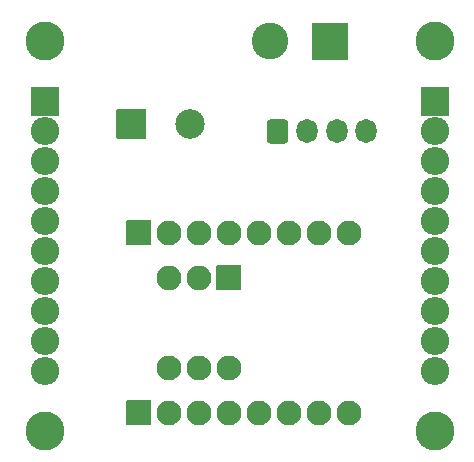
<source format=gbr>
G04 #@! TF.GenerationSoftware,KiCad,Pcbnew,(5.1.8)-1*
G04 #@! TF.CreationDate,2020-11-28T01:47:50+03:00*
G04 #@! TF.ProjectId,A4988,41343938-382e-46b6-9963-61645f706362,rev?*
G04 #@! TF.SameCoordinates,Original*
G04 #@! TF.FileFunction,Soldermask,Top*
G04 #@! TF.FilePolarity,Negative*
%FSLAX46Y46*%
G04 Gerber Fmt 4.6, Leading zero omitted, Abs format (unit mm)*
G04 Created by KiCad (PCBNEW (5.1.8)-1) date 2020-11-28 01:47:50*
%MOMM*%
%LPD*%
G01*
G04 APERTURE LIST*
%ADD10C,3.302000*%
%ADD11O,2.402000X2.402000*%
%ADD12C,2.502000*%
%ADD13C,2.102000*%
%ADD14O,1.802000X2.052000*%
%ADD15O,2.102000X2.102000*%
%ADD16C,3.102000*%
G04 APERTURE END LIST*
D10*
X92710000Y-54610000D03*
X92710000Y-87630000D03*
X125730000Y-54610000D03*
X125730000Y-87630000D03*
G36*
G01*
X91509000Y-60840000D02*
X91509000Y-58540000D01*
G75*
G02*
X91560000Y-58489000I51000J0D01*
G01*
X93860000Y-58489000D01*
G75*
G02*
X93911000Y-58540000I0J-51000D01*
G01*
X93911000Y-60840000D01*
G75*
G02*
X93860000Y-60891000I-51000J0D01*
G01*
X91560000Y-60891000D01*
G75*
G02*
X91509000Y-60840000I0J51000D01*
G01*
G37*
D11*
X92710000Y-62230000D03*
X92710000Y-64770000D03*
X92710000Y-67310000D03*
X92710000Y-69850000D03*
X92710000Y-72390000D03*
X92710000Y-74930000D03*
X92710000Y-77470000D03*
X92710000Y-80010000D03*
X92710000Y-82550000D03*
X125730000Y-82550000D03*
X125730000Y-80010000D03*
X125730000Y-77470000D03*
X125730000Y-74930000D03*
X125730000Y-72390000D03*
X125730000Y-69850000D03*
X125730000Y-67310000D03*
X125730000Y-64770000D03*
X125730000Y-62230000D03*
G36*
G01*
X124529000Y-60840000D02*
X124529000Y-58540000D01*
G75*
G02*
X124580000Y-58489000I51000J0D01*
G01*
X126880000Y-58489000D01*
G75*
G02*
X126931000Y-58540000I0J-51000D01*
G01*
X126931000Y-60840000D01*
G75*
G02*
X126880000Y-60891000I-51000J0D01*
G01*
X124580000Y-60891000D01*
G75*
G02*
X124529000Y-60840000I0J51000D01*
G01*
G37*
G36*
G01*
X98761500Y-62795000D02*
X98761500Y-60395000D01*
G75*
G02*
X98812500Y-60344000I51000J0D01*
G01*
X101212500Y-60344000D01*
G75*
G02*
X101263500Y-60395000I0J-51000D01*
G01*
X101263500Y-62795000D01*
G75*
G02*
X101212500Y-62846000I-51000J0D01*
G01*
X98812500Y-62846000D01*
G75*
G02*
X98761500Y-62795000I0J51000D01*
G01*
G37*
D12*
X105012500Y-61595000D03*
G36*
G01*
X101647500Y-87093500D02*
X99647500Y-87093500D01*
G75*
G02*
X99596500Y-87042500I0J51000D01*
G01*
X99596500Y-85042500D01*
G75*
G02*
X99647500Y-84991500I51000J0D01*
G01*
X101647500Y-84991500D01*
G75*
G02*
X101698500Y-85042500I0J-51000D01*
G01*
X101698500Y-87042500D01*
G75*
G02*
X101647500Y-87093500I-51000J0D01*
G01*
G37*
D13*
X103187500Y-86042500D03*
X105727500Y-86042500D03*
X108267500Y-86042500D03*
X110807500Y-86042500D03*
X113347500Y-86042500D03*
X115887500Y-86042500D03*
X118427500Y-86042500D03*
X118427500Y-70802500D03*
X115887500Y-70802500D03*
X113347500Y-70802500D03*
X110807500Y-70802500D03*
X108267500Y-70802500D03*
X105727500Y-70802500D03*
X103187500Y-70802500D03*
G36*
G01*
X101647500Y-71853500D02*
X99647500Y-71853500D01*
G75*
G02*
X99596500Y-71802500I0J51000D01*
G01*
X99596500Y-69802500D01*
G75*
G02*
X99647500Y-69751500I51000J0D01*
G01*
X101647500Y-69751500D01*
G75*
G02*
X101698500Y-69802500I0J-51000D01*
G01*
X101698500Y-71802500D01*
G75*
G02*
X101647500Y-71853500I-51000J0D01*
G01*
G37*
G36*
G01*
X111494000Y-62991000D02*
X111494000Y-61469000D01*
G75*
G02*
X111759000Y-61204000I265000J0D01*
G01*
X113031000Y-61204000D01*
G75*
G02*
X113296000Y-61469000I0J-265000D01*
G01*
X113296000Y-62991000D01*
G75*
G02*
X113031000Y-63256000I-265000J0D01*
G01*
X111759000Y-63256000D01*
G75*
G02*
X111494000Y-62991000I0J265000D01*
G01*
G37*
D14*
X114895000Y-62230000D03*
X117395000Y-62230000D03*
X119895000Y-62230000D03*
G36*
G01*
X107267500Y-73561500D02*
X109267500Y-73561500D01*
G75*
G02*
X109318500Y-73612500I0J-51000D01*
G01*
X109318500Y-75612500D01*
G75*
G02*
X109267500Y-75663500I-51000J0D01*
G01*
X107267500Y-75663500D01*
G75*
G02*
X107216500Y-75612500I0J51000D01*
G01*
X107216500Y-73612500D01*
G75*
G02*
X107267500Y-73561500I51000J0D01*
G01*
G37*
D13*
X103187500Y-82232500D03*
D15*
X105727500Y-74612500D03*
D13*
X105727500Y-82232500D03*
D15*
X103187500Y-74612500D03*
D13*
X108267500Y-82232500D03*
G36*
G01*
X118391000Y-53110000D02*
X118391000Y-56110000D01*
G75*
G02*
X118340000Y-56161000I-51000J0D01*
G01*
X115340000Y-56161000D01*
G75*
G02*
X115289000Y-56110000I0J51000D01*
G01*
X115289000Y-53110000D01*
G75*
G02*
X115340000Y-53059000I51000J0D01*
G01*
X118340000Y-53059000D01*
G75*
G02*
X118391000Y-53110000I0J-51000D01*
G01*
G37*
D16*
X111760000Y-54610000D03*
M02*

</source>
